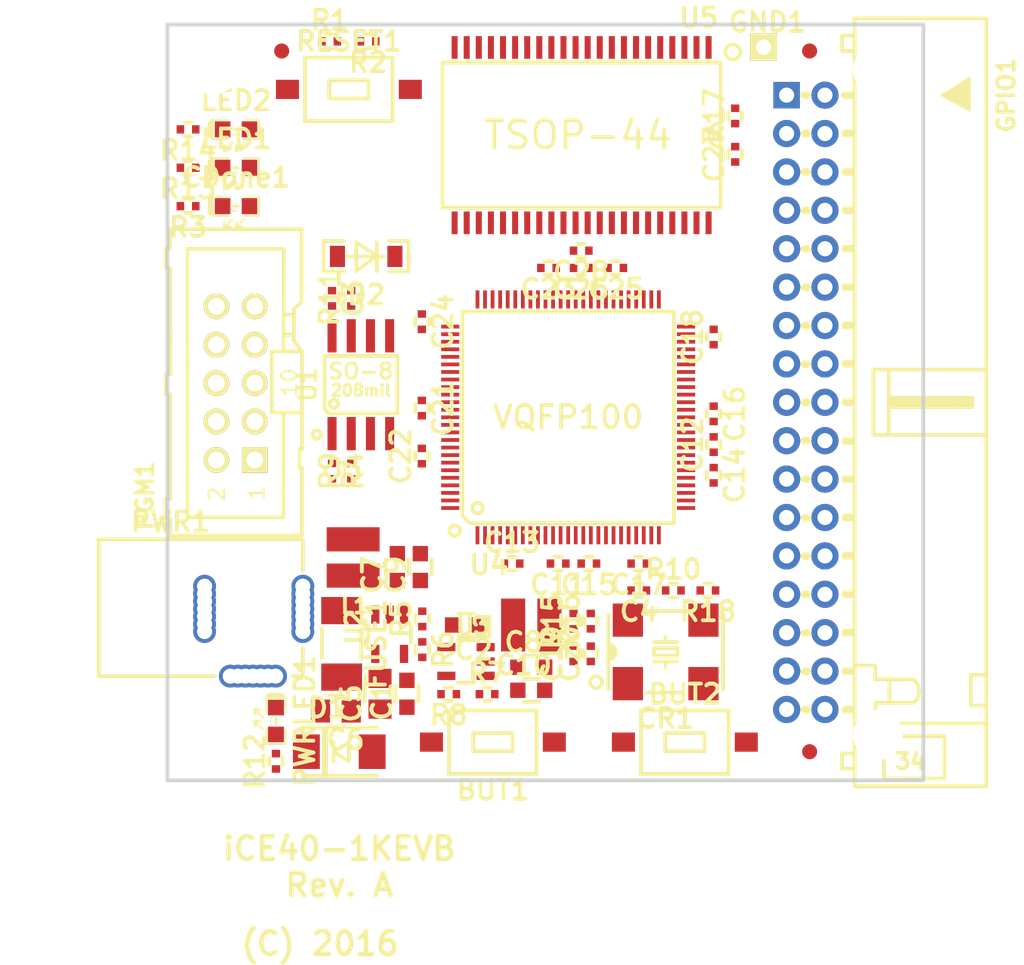
<source format=kicad_pcb>
(kicad_pcb (version 20221018) (generator pcbnew)
  (layers (0 "F.Cu" signal) (31 "B.Cu" signal) (34 "B.Paste" user) (35 "F.Paste" user) (36 "B.SilkS" user "B.Silkscreen") (37 "F.SilkS" user "F.Silkscreen") (38 "B.Mask" user) (39 "F.Mask" user) (44 "Edge.Cuts" user))
  (net 0 "")
  (net 1 "/BUT1")
  (net 2 "GND")
  (net 3 "/BUT2")
  (net 4 "+5V")
  (net 5 "+3V3")
  (net 6 "+1V2")
  (net 7 "/iCE40-CDONE")
  (net 8 "Net-(CDone1-Pad1)")
  (net 9 "Net-(CR1-Pad3)")
  (net 10 "Net-(D2-Pad1)")
  (net 11 "/PIO3_1A")
  (net 12 "/PIO3_1B")
  (net 13 "/PIO3_2A")
  (net 14 "/LED1")
  (net 15 "/LED2")
  (net 16 "/PIO3_2B")
  (net 17 "/PIO2_1")
  (net 18 "/PIO3_3A")
  (net 19 "/PIO2_2")
  (net 20 "/PIO3_3B")
  (net 21 "/PIO2_3")
  (net 22 "/PIO3_5A")
  (net 23 "/PIO2_4")
  (net 24 "/PIO3_5B")
  (net 25 "/PIO2_7")
  (net 26 "/PIO3_7B")
  (net 27 "/PIO3_12A")
  (net 28 "/PIO3_10A")
  (net 29 "/PIO3_12B")
  (net 30 "/PIO3_10B")
  (net 31 "/PIO3_8B")
  (net 32 "/PIO2_8")
  (net 33 "/PIO2_9")
  (net 34 "/PIO3_8A")
  (net 35 "/PIO2_5")
  (net 36 "/PIO2_6")
  (net 37 "/PIO3_6B")
  (net 38 "/PIO3_6A")
  (net 39 "Net-(L1-Pad2)")
  (net 40 "Net-(L2-Pad2)")
  (net 41 "Net-(LED1-Pad1)")
  (net 42 "Net-(LED2-Pad1)")
  (net 43 "/iCE40-CRESET")
  (net 44 "/iCE40-SDO")
  (net 45 "/iCE40-SDI")
  (net 46 "/iCE40-SCK")
  (net 47 "/iCE40-SS_B")
  (net 48 "Net-(PWRLED1-Pad2)")
  (net 49 "Net-(R4-Pad1)")
  (net 50 "Net-(R5-Pad1)")
  (net 51 "Net-(R7-Pad1)")
  (net 52 "/SYSCLK")
  (net 53 "Net-(R11-Pad2)")
  (net 54 "/SRAM_#CS")
  (net 55 "/SD15")
  (net 56 "/SD14")
  (net 57 "/SD13")
  (net 58 "/SD12")
  (net 59 "/SD11")
  (net 60 "/SD10")
  (net 61 "/SD9")
  (net 62 "/SD8")
  (net 63 "/SD7")
  (net 64 "/SD6")
  (net 65 "/SD5")
  (net 66 "/SD4")
  (net 67 "/SD3")
  (net 68 "/SD2")
  (net 69 "/SD1")
  (net 70 "/SD0")
  (net 71 "/SRAM_#WE")
  (net 72 "/SRAM_#OE")
  (net 73 "/SA0")
  (net 74 "/SA1")
  (net 75 "/SA2")
  (net 76 "/SA3")
  (net 77 "/SA4")
  (net 78 "/SA5")
  (net 79 "/SA6")
  (net 80 "/SA7")
  (net 81 "/SA8")
  (net 82 "/SA9")
  (net 83 "/SA10")
  (net 84 "/SA11")
  (net 85 "/SA12")
  (net 86 "/SA13")
  (net 87 "/SA14")
  (net 88 "/SA15")
  (net 89 "/SA16")
  (net 90 "/SA17")
  (net 91 "/EXTCLK")
  (net 92 "Net-(PGM1-Pad3)")
  (net 93 "Net-(PGM1-Pad4)")
  (net 94 "Net-(U4-Pad76)")
  (net 95 "Net-(U5-Pad28)")
  (footprint "OLIMEX_RLC-FP:C_0603_5MIL_DWS" (layer "F.Cu") (at 130.838 114.277 90)
    (fp_text reference "C1" (at -0.508 -1.651 90) (layer "F.SilkS") (effects (font (size 1.27 1.27) (thickness 0.254))))
    (fp_text value "22uF/6.3V/0603")
    (pad "1" smd rect (at -0.889 0 90) (size 1.016 1.016) (layers "F.Cu" "F.Paste" "F.Mask") (net 2 "GND") (clearance 0.0508))
    (pad "2" smd rect (at 0.889 0 90) (size 1.016 1.016) (layers "F.Cu" "F.Paste" "F.Mask") (net 4 "+5V") (clearance 0.0508))
  )
  (footprint "OLIMEX_RLC-FP:C_0603_5MIL_DWS" (layer "F.Cu") (at 134.747 109.728 180)
    (fp_text reference "C2" (at -0.508 -1.651 180) (layer "F.SilkS") (effects (font (size 1.27 1.27) (thickness 0.254))))
    (fp_text value "22uF/6.3V/0603")
    (pad "1" smd rect (at -0.889 0 180) (size 1.016 1.016) (layers "F.Cu" "F.Paste" "F.Mask") (net 2 "GND") (clearance 0.0508))
    (pad "2" smd rect (at 0.889 0 180) (size 1.016 1.016) (layers "F.Cu" "F.Paste" "F.Mask") (net 4 "+5V") (clearance 0.0508))
  )
  (footprint "OLIMEX_RLC-FP:C_0402_5MIL_DWS" (layer "F.Cu") (at 125.885 88.115 -90)
    (fp_text reference "C3" (at 0 -1.397 270) (layer "F.SilkS") (effects (font (size 1.27 1.27) (thickness 0.254))))
    (fp_text value "100nF")
    (pad "1" smd rect (at -0.508 0 90) (size 0.5 0.55) (layers "F.Cu" "F.Paste" "F.Mask") (net 2 "GND"))
    (pad "2" smd rect (at 0.508 0 270) (size 0.5 0.55) (layers "F.Cu" "F.Paste" "F.Mask") (net 5 "+3V3"))
  )
  (footprint "OLIMEX_RLC-FP:C_0402_5MIL_DWS" (layer "F.Cu") (at 146.177 107.442 180)
    (fp_text reference "C4" (at 0 -1.397 180) (layer "F.SilkS") (effects (font (size 1.27 1.27) (thickness 0.254))))
    (fp_text value "100nF")
    (pad "1" smd rect (at -0.508 0) (size 0.5 0.55) (layers "F.Cu" "F.Paste" "F.Mask") (net 2 "GND"))
    (pad "2" smd rect (at 0.508 0 180) (size 0.5 0.55) (layers "F.Cu" "F.Paste" "F.Mask") (net 5 "+3V3"))
  )
  (footprint "OLIMEX_RLC-FP:C_0805_5MIL_DWS" (layer "F.Cu") (at 129.06 114.277 90)
    (fp_text reference "C5" (at -0.635 -1.905 90) (layer "F.SilkS") (effects (font (size 1.27 1.27) (thickness 0.254))))
    (fp_text value "47uF/6.3V/0805")
    (pad "1" smd rect (at -1.016 0 180) (size 1.524 1.27) (layers "F.Cu" "F.Paste" "F.Mask") (net 2 "GND"))
    (pad "2" smd rect (at 1.016 0 180) (size 1.524 1.27) (layers "F.Cu" "F.Paste" "F.Mask") (net 4 "+5V"))
  )
  (footprint "OLIMEX_RLC-FP:C_0805_5MIL_DWS" (layer "F.Cu") (at 126.139 115.42 180)
    (fp_text reference "C6" (at -0.635 -1.905 180) (layer "F.SilkS") (effects (font (size 1.27 1.27) (thickness 0.254))))
    (fp_text value "47uF/6.3V/0805")
    (pad "1" smd rect (at -1.016 0 270) (size 1.524 1.27) (layers "F.Cu" "F.Paste" "F.Mask") (net 2 "GND"))
    (pad "2" smd rect (at 1.016 0 270) (size 1.524 1.27) (layers "F.Cu" "F.Paste" "F.Mask") (net 4 "+5V"))
  )
  (footprint "OLIMEX_RLC-FP:C_0603_5MIL_DWS" (layer "F.Cu") (at 130.203 105.895 90)
    (fp_text reference "C7" (at -0.508 -1.651 90) (layer "F.SilkS") (effects (font (size 1.27 1.27) (thickness 0.254))))
    (fp_text value "22uF/6.3V/0603")
    (pad "1" smd rect (at -0.889 0 90) (size 1.016 1.016) (layers "F.Cu" "F.Paste" "F.Mask") (net 2 "GND") (clearance 0.0508))
    (pad "2" smd rect (at 0.889 0 90) (size 1.016 1.016) (layers "F.Cu" "F.Paste" "F.Mask") (net 5 "+3V3") (clearance 0.0508))
  )
  (footprint "OLIMEX_RLC-FP:C_0603_5MIL_DWS" (layer "F.Cu") (at 139.065 112.522)
    (fp_text reference "C8" (at -0.508 -1.651) (layer "F.SilkS") (effects (font (size 1.27 1.27) (thickness 0.254))))
    (fp_text value "22uF/6.3V/0603")
    (pad "1" smd rect (at -0.889 0) (size 1.016 1.016) (layers "F.Cu" "F.Paste" "F.Mask") (net 2 "GND") (clearance 0.0508))
    (pad "2" smd rect (at 0.889 0) (size 1.016 1.016) (layers "F.Cu" "F.Paste" "F.Mask") (net 6 "+1V2") (clearance 0.0508))
  )
  (footprint "OLIMEX_RLC-FP:C_0603_5MIL_DWS" (layer "F.Cu") (at 131.727 105.895 90)
    (fp_text reference "C9" (at -0.508 -1.651 90) (layer "F.SilkS") (effects (font (size 1.27 1.27) (thickness 0.254))))
    (fp_text value "22uF/6.3V/0603")
    (pad "1" smd rect (at -0.889 0 90) (size 1.016 1.016) (layers "F.Cu" "F.Paste" "F.Mask") (net 2 "GND") (clearance 0.0508))
    (pad "2" smd rect (at 0.889 0 90) (size 1.016 1.016) (layers "F.Cu" "F.Paste" "F.Mask") (net 5 "+3V3") (clearance 0.0508))
  )
  (footprint "OLIMEX_RLC-FP:C_0603_5MIL_DWS" (layer "F.Cu") (at 139.065 114.046)
    (fp_text reference "C10" (at -0.508 -1.651) (layer "F.SilkS") (effects (font (size 1.27 1.27) (thickness 0.254))))
    (fp_text value "22uF/6.3V/0603")
    (pad "1" smd rect (at -0.889 0) (size 1.016 1.016) (layers "F.Cu" "F.Paste" "F.Mask") (net 2 "GND") (clearance 0.0508))
    (pad "2" smd rect (at 0.889 0) (size 1.016 1.016) (layers "F.Cu" "F.Paste" "F.Mask") (net 6 "+1V2") (clearance 0.0508))
  )
  (footprint "OLIMEX_RLC-FP:C_0402_5MIL_DWS" (layer "F.Cu") (at 140.843 105.664 180)
    (fp_text reference "C11" (at 0 -1.397 180) (layer "F.SilkS") (effects (font (size 1.27 1.27) (thickness 0.254))))
    (fp_text value "100nF")
    (pad "1" smd rect (at -0.508 0) (size 0.5 0.55) (layers "F.Cu" "F.Paste" "F.Mask") (net 2 "GND"))
    (pad "2" smd rect (at 0.508 0 180) (size 0.5 0.55) (layers "F.Cu" "F.Paste" "F.Mask") (net 6 "+1V2"))
  )
  (footprint "OLIMEX_RLC-FP:C_0402_5MIL_DWS" (layer "F.Cu") (at 151.13 97.79 90)
    (fp_text reference "C12" (at 0 -1.397 90) (layer "F.SilkS") (effects (font (size 1.27 1.27) (thickness 0.254))))
    (fp_text value "100nF")
    (pad "1" smd rect (at -0.508 0 270) (size 0.5 0.55) (layers "F.Cu" "F.Paste" "F.Mask") (net 2 "GND"))
    (pad "2" smd rect (at 0.508 0 90) (size 0.5 0.55) (layers "F.Cu" "F.Paste" "F.Mask") (net 6 "+1V2"))
  )
  (footprint "OLIMEX_RLC-FP:C_0402_5MIL_DWS" (layer "F.Cu") (at 137.795 105.664)
    (fp_text reference "C13" (at 0 -1.397) (layer "F.SilkS") (effects (font (size 1.27 1.27) (thickness 0.254))))
    (fp_text value "100nF")
    (pad "1" smd rect (at -0.508 0 180) (size 0.5 0.55) (layers "F.Cu" "F.Paste" "F.Mask") (net 2 "GND"))
    (pad "2" smd rect (at 0.508 0) (size 0.5 0.55) (layers "F.Cu" "F.Paste" "F.Mask") (net 5 "+3V3"))
  )
  (footprint "OLIMEX_RLC-FP:C_0402_5MIL_DWS" (layer "F.Cu") (at 151.13 99.822 -90)
    (fp_text reference "C14" (at 0 -1.397 270) (layer "F.SilkS") (effects (font (size 1.27 1.27) (thickness 0.254))))
    (fp_text value "100nF")
    (pad "1" smd rect (at -0.508 0 90) (size 0.5 0.55) (layers "F.Cu" "F.Paste" "F.Mask") (net 2 "GND"))
    (pad "2" smd rect (at 0.508 0 270) (size 0.5 0.55) (layers "F.Cu" "F.Paste" "F.Mask") (net 5 "+3V3"))
  )
  (footprint "OLIMEX_RLC-FP:C_0402_5MIL_DWS" (layer "F.Cu") (at 142.875 105.664 180)
    (fp_text reference "C15" (at 0 -1.397 180) (layer "F.SilkS") (effects (font (size 1.27 1.27) (thickness 0.254))))
    (fp_text value "100nF")
    (pad "1" smd rect (at -0.508 0) (size 0.5 0.55) (layers "F.Cu" "F.Paste" "F.Mask") (net 2 "GND"))
    (pad "2" smd rect (at 0.508 0 180) (size 0.5 0.55) (layers "F.Cu" "F.Paste" "F.Mask") (net 5 "+3V3"))
  )
  (footprint "OLIMEX_RLC-FP:C_0402_5MIL_DWS" (layer "F.Cu") (at 151.13 95.758 -90)
    (fp_text reference "C16" (at 0 -1.397 270) (layer "F.SilkS") (effects (font (size 1.27 1.27) (thickness 0.254))))
    (fp_text value "100nF")
    (pad "1" smd rect (at -0.508 0 90) (size 0.5 0.55) (layers "F.Cu" "F.Paste" "F.Mask") (net 2 "GND"))
    (pad "2" smd rect (at 0.508 0 270) (size 0.5 0.55) (layers "F.Cu" "F.Paste" "F.Mask") (net 5 "+3V3"))
  )
  (footprint "OLIMEX_RLC-FP:C_0402_5MIL_DWS" (layer "F.Cu") (at 146.177 105.664 180)
    (fp_text reference "C17" (at 0 -1.397 180) (layer "F.SilkS") (effects (font (size 1.27 1.27) (thickness 0.254))))
    (fp_text value "100nF")
    (pad "1" smd rect (at -0.508 0) (size 0.5 0.55) (layers "F.Cu" "F.Paste" "F.Mask") (net 2 "GND"))
    (pad "2" smd rect (at 0.508 0 180) (size 0.5 0.55) (layers "F.Cu" "F.Paste" "F.Mask") (net 5 "+3V3"))
  )
  (footprint "OLIMEX_RLC-FP:C_0402_5MIL_DWS" (layer "F.Cu") (at 151.13 90.678 90)
    (fp_text reference "C18" (at 0 -1.397 90) (layer "F.SilkS") (effects (font (size 1.27 1.27) (thickness 0.254))))
    (fp_text value "100nF")
    (pad "1" smd rect (at -0.508 0 270) (size 0.5 0.55) (layers "F.Cu" "F.Paste" "F.Mask") (net 2 "GND"))
    (pad "2" smd rect (at 0.508 0 90) (size 0.5 0.55) (layers "F.Cu" "F.Paste" "F.Mask") (net 5 "+3V3"))
  )
  (footprint "OLIMEX_RLC-FP:C_0402_5MIL_DWS" (layer "F.Cu") (at 141.859 111.633 90)
    (fp_text reference "C19" (at 0 -1.397 90) (layer "F.SilkS") (effects (font (size 1.27 1.27) (thickness 0.254))))
    (fp_text value "NA(100nF)")
    (pad "1" smd rect (at -0.508 0 270) (size 0.5 0.55) (layers "F.Cu" "F.Paste" "F.Mask") (net 2 "GND"))
    (pad "2" smd rect (at 0.508 0 90) (size 0.5 0.55) (layers "F.Cu" "F.Paste" "F.Mask") (net 1 "/BUT1"))
  )
  (footprint "OLIMEX_RLC-FP:C_0402_5MIL_DWS" (layer "F.Cu") (at 143.002 111.633 90)
    (fp_text reference "C20" (at 0 -1.397 90) (layer "F.SilkS") (effects (font (size 1.27 1.27) (thickness 0.254))))
    (fp_text value "NA(100nF)")
    (pad "1" smd rect (at -0.508 0 270) (size 0.5 0.55) (layers "F.Cu" "F.Paste" "F.Mask") (net 2 "GND"))
    (pad "2" smd rect (at 0.508 0 90) (size 0.5 0.55) (layers "F.Cu" "F.Paste" "F.Mask") (net 3 "/BUT2"))
  )
  (footprint "OLIMEX_RLC-FP:C_0402_5MIL_DWS" (layer "F.Cu") (at 131.826 95.377 -90)
    (fp_text reference "C21" (at 0 -1.397 270) (layer "F.SilkS") (effects (font (size 1.27 1.27) (thickness 0.254))))
    (fp_text value "100nF")
    (pad "1" smd rect (at -0.508 0 90) (size 0.5 0.55) (layers "F.Cu" "F.Paste" "F.Mask") (net 2 "GND"))
    (pad "2" smd rect (at 0.508 0 270) (size 0.5 0.55) (layers "F.Cu" "F.Paste" "F.Mask") (net 5 "+3V3"))
  )
  (footprint "OLIMEX_RLC-FP:C_0402_5MIL_DWS" (layer "F.Cu") (at 131.826 98.552 90)
    (fp_text reference "C22" (at 0 -1.397 90) (layer "F.SilkS") (effects (font (size 1.27 1.27) (thickness 0.254))))
    (fp_text value "100nF")
    (pad "1" smd rect (at -0.508 0 270) (size 0.5 0.55) (layers "F.Cu" "F.Paste" "F.Mask") (net 2 "GND"))
    (pad "2" smd rect (at 0.508 0 90) (size 0.5 0.55) (layers "F.Cu" "F.Paste" "F.Mask") (net 5 "+3V3"))
  )
  (footprint "OLIMEX_RLC-FP:C_0402_5MIL_DWS" (layer "F.Cu") (at 140.208 86.106 180)
    (fp_text reference "C23" (at 0 -1.397 180) (layer "F.SilkS") (effects (font (size 1.27 1.27) (thickness 0.254))))
    (fp_text value "100nF")
    (pad "1" smd rect (at -0.508 0) (size 0.5 0.55) (layers "F.Cu" "F.Paste" "F.Mask") (net 2 "GND"))
    (pad "2" smd rect (at 0.508 0 180) (size 0.5 0.55) (layers "F.Cu" "F.Paste" "F.Mask") (net 5 "+3V3"))
  )
  (footprint "OLIMEX_RLC-FP:C_0402_5MIL_DWS" (layer "F.Cu") (at 131.826 89.662 -90)
    (fp_text reference "C24" (at 0 -1.397 270) (layer "F.SilkS") (effects (font (size 1.27 1.27) (thickness 0.254))))
    (fp_text value "100nF")
    (pad "1" smd rect (at -0.508 0 90) (size 0.5 0.55) (layers "F.Cu" "F.Paste" "F.Mask") (net 2 "GND"))
    (pad "2" smd rect (at 0.508 0 270) (size 0.5 0.55) (layers "F.Cu" "F.Paste" "F.Mask") (net 6 "+1V2"))
  )
  (footprint "OLIMEX_RLC-FP:C_0402_5MIL_DWS" (layer "F.Cu") (at 144.653 86.106 180)
    (fp_text reference "C25" (at 0 -1.397 180) (layer "F.SilkS") (effects (font (size 1.27 1.27) (thickness 0.254))))
    (fp_text value "100nF")
    (pad "1" smd rect (at -0.508 0) (size 0.5 0.55) (layers "F.Cu" "F.Paste" "F.Mask") (net 2 "GND"))
    (pad "2" smd rect (at 0.508 0 180) (size 0.5 0.55) (layers "F.Cu" "F.Paste" "F.Mask") (net 5 "+3V3"))
  )
  (footprint "OLIMEX_RLC-FP:C_0402_5MIL_DWS" (layer "F.Cu") (at 142.367 86.106 180)
    (fp_text reference "C26" (at 0 -1.397 180) (layer "F.SilkS") (effects (font (size 1.27 1.27) (thickness 0.254))))
    (fp_text value "100nF")
    (pad "1" smd rect (at -0.508 0) (size 0.5 0.55) (layers "F.Cu" "F.Paste" "F.Mask") (net 2 "GND"))
    (pad "2" smd rect (at 0.508 0 180) (size 0.5 0.55) (layers "F.Cu" "F.Paste" "F.Mask") (net 6 "+1V2"))
  )
  (footprint "OLIMEX_RLC-FP:C_0402_5MIL_DWS" (layer "F.Cu") (at 152.555 78.59 90)
    (fp_text reference "C27" (at 0 -1.397 90) (layer "F.SilkS") (effects (font (size 1.27 1.27) (thickness 0.254))))
    (fp_text value "100nF")
    (pad "1" smd rect (at -0.508 0 270) (size 0.5 0.55) (layers "F.Cu" "F.Paste" "F.Mask") (net 2 "GND"))
    (pad "2" smd rect (at 0.508 0 90) (size 0.5 0.55) (layers "F.Cu" "F.Paste" "F.Mask") (net 5 "+3V3"))
  )
  (footprint "OLIMEX_RLC-FP:C_0402_5MIL_DWS" (layer "F.Cu") (at 142.367 84.963 180)
    (fp_text reference "C28" (at 0 -1.397 180) (layer "F.SilkS") (effects (font (size 1.27 1.27) (thickness 0.254))))
    (fp_text value "100nF")
    (pad "1" smd rect (at -0.508 0) (size 0.5 0.55) (layers "F.Cu" "F.Paste" "F.Mask") (net 2 "GND"))
    (pad "2" smd rect (at 0.508 0 180) (size 0.5 0.55) (layers "F.Cu" "F.Paste" "F.Mask") (net 5 "+3V3"))
  )
  (footprint "OLIMEX_LEDs-FP:LED_0603_KA" (layer "F.Cu") (at 119.535 82.019)
    (fp_text reference "CDone1" (at 0 -1.905) (layer "F.SilkS") (effects (font (size 1.27 1.27) (thickness 0.254))))
    (fp_text value "LED/Green/0603")
    (pad "1" smd rect (at -0.889 0 180) (size 1.03 1.06) (layers "F.Cu" "F.Paste" "F.Mask") (net 8 "Net-(CDone1-Pad1)"))
    (pad "2" smd rect (at 0.889 0 180) (size 1.03 1.06) (layers "F.Cu" "F.Paste" "F.Mask") (net 7 "/iCE40-CDONE"))
  )
  (footprint "OLIMEX_Crystal-FP:Oscillator_7.0x5.0mm" (layer "F.Cu") (at 147.955 111.506)
    (fp_text reference "CR1" (at 0 4.4) (layer "F.SilkS") (effects (font (size 1.27 1.27) (thickness 0.254))))
    (fp_text value "Oscillator-100MHZ_TXC-7W")
    (pad "1" smd rect (at -2.5 2.1) (size 2 2.2) (layers "F.Cu" "F.Paste" "F.Mask") (net 5 "+3V3"))
    (pad "2" smd rect (at 2.5 2.1) (size 2 2.2) (layers "F.Cu" "F.Paste" "F.Mask") (net 2 "GND"))
    (pad "3" smd rect (at 2.5 -2.1) (size 2 2.2) (layers "F.Cu" "F.Paste" "F.Mask") (net 9 "Net-(CR1-Pad3)"))
    (pad "4" smd rect (at -2.5 -2.1) (size 2 2.2) (layers "F.Cu" "F.Paste" "F.Mask") (net 5 "+3V3"))
  )
  (footprint "OLIMEX_Diodes-FP:DO214AA" (layer "F.Cu") (at 126.365 118.11)
    (fp_text reference "D1" (at -0.8 -2.9) (layer "F.SilkS") (effects (font (size 1.27 1.27) (thickness 0.254))))
    (fp_text value "SMBJ6.0A")
    (pad "A" smd rect (at 2.177 0) (size 1.778 2.286) (layers "F.Cu" "F.Paste" "F.Mask") (net 2 "GND"))
    (pad "C" smd rect (at -2.177 0) (size 1.778 2.286) (layers "F.Cu" "F.Paste" "F.Mask") (net 4 "+5V"))
  )
  (footprint "OLIMEX_Diodes-FP:SOD-123_1C-2A_KA" (layer "F.Cu") (at 128.143 85.344 180)
    (fp_text reference "D2" (at 0 -2.54 180) (layer "F.SilkS") (effects (font (size 1.27 1.27) (thickness 0.254))))
    (fp_text value "1N5819(S4SOD-123)")
    (pad "1" smd rect (at -1.9 0 180) (size 1 1.4) (layers "F.Cu" "F.Paste" "F.Mask") (net 10 "Net-(D2-Pad1)") (clearance 0.0508))
    (pad "2" smd rect (at 1.9 0 180) (size 1 1.4) (layers "F.Cu" "F.Paste" "F.Mask") (net 5 "+3V3") (clearance 0.0508))
  )
  (footprint "OLIMEX_Devices-FP:FUSE-5025" (layer "F.Cu") (at 126.52 110.975 -90)
    (fp_text reference "FUSE1" (at 0 -2.286 270) (layer "F.SilkS") (effects (font (size 1.27 1.27) (thickness 0.254))))
    (fp_text value "NA(5025)")
    (pad "1" smd rect (at -2.2 0 270) (size 1.8 2.7) (layers "F.Cu" "F.Paste" "F.Mask") (net 4 "+5V"))
    (pad "2" smd rect (at 2.2 0 270) (size 1.8 2.7) (layers "F.Cu" "F.Paste" "F.Mask") (net 4 "+5V"))
  )
  (footprint "OLIMEX_Connectors-FP:BH34R" (layer "F.Cu") (at 157.226 94.996 -90)
    (fp_text reference "GPIO1" (at -20.32 -13.26388 270) (layer "F.SilkS") (effects (font (size 1.1 1.1) (thickness 0.254))))
    (fp_text value "BH34R")
    (fp_text user "34" (at 23.749 -6.9088) (layer "F.SilkS") (effects (font (size 1.016 1.016) (thickness 0.254))))
    (pad "1" thru_hole rect locked (at -20.32 1.27 270) (size 1.75 1.75) (drill 1) (layers "*.Cu" "*.Mask") (net 4 "+5V"))
    (pad "2" thru_hole circle locked (at -20.32 -1.27 270) (size 1.8 1.8) (drill 1) (layers "*.Cu" "*.Mask") (net 2 "GND"))
    (pad "3" thru_hole circle locked (at -17.78 1.27 270) (size 1.8 1.8) (drill 1) (layers "*.Cu" "*.Mask") (net 5 "+3V3"))
    (pad "4" thru_hole circle locked (at -17.78 -1.27 270) (size 1.8 1.8) (drill 1) (layers "*.Cu" "*.Mask") (net 2 "GND"))
    (pad "5" thru_hole circle locked (at -15.24 1.27 270) (size 1.8 1.8) (drill 1) (layers "*.Cu" "*.Mask") (net 11 "/PIO3_1A"))
    (pad "6" thru_hole circle locked (at -15.24 -1.27 270) (size 1.8 1.8) (drill 1) (layers "*.Cu" "*.Mask") (net 91 "/EXTCLK"))
    (pad "7" thru_hole circle locked (at -12.7 1.27 270) (size 1.8 1.8) (drill 1) (layers "*.Cu" "*.Mask") (net 12 "/PIO3_1B"))
    (pad "8" thru_hole circle locked (at -12.7 -1.27 270) (size 1.8 1.8) (drill 1) (layers "*.Cu" "*.Mask") (net 2 "GND"))
    (pad "9" thru_hole circle locked (at -10.16 1.27 270) (size 1.8 1.8) (drill 1) (layers "*.Cu" "*.Mask") (net 13 "/PIO3_2A"))
    (pad "10" thru_hole circle locked (at -10.16 -1.27 270) (size 1.8 1.8) (drill 1) (layers "*.Cu" "*.Mask") (net 14 "/LED1"))
    (pad "11" thru_hole circle locked (at -7.62 1.27 270) (size 1.8 1.8) (drill 1) (layers "*.Cu" "*.Mask") (net 16 "/PIO3_2B"))
    (pad "12" thru_hole circle locked (at -7.62 -1.27 270) (size 1.8 1.8) (drill 1) (layers "*.Cu" "*.Mask") (net 15 "/LED2"))
    (pad "13" thru_hole circle locked (at -5.08 1.27 270) (size 1.8 1.8) (drill 1) (layers "*.Cu" "*.Mask") (net 18 "/PIO3_3A"))
    (pad "14" thru_hole circle locked (at -5.08 -1.27 270) (size 1.8 1.8) (drill 1) (layers "*.Cu" "*.Mask") (net 33 "/PIO2_9"))
    (pad "15" thru_hole circle locked (at -2.54 1.27 270) (size 1.8 1.8) (drill 1) (layers "*.Cu" "*.Mask") (net 20 "/PIO3_3B"))
    (pad "16" thru_hole circle locked (at -2.54 -1.27 270) (size 1.8 1.8) (drill 1) (layers "*.Cu" "*.Mask") (net 32 "/PIO2_8"))
    (pad "17" thru_hole circle locked (at 0 1.27 270) (size 1.8 1.8) (drill 1) (layers "*.Cu" "*.Mask") (net 22 "/PIO3_5A"))
    (pad "18" thru_hole circle locked (at 0 -1.27 270) (size 1.8 1.8) (drill 1) (layers "*.Cu" "*.Mask") (net 25 "/PIO2_7"))
    (pad "19" thru_hole circle locked (at 2.54 1.27 270) (size 1.8 1.8) (drill 1) (layers "*.Cu" "*.Mask") (net 24 "/PIO3_5B"))
    (pad "20" thru_hole circle locked (at 2.54 -1.27 270) (size 1.8 1.8) (drill 1) (layers "*.Cu" "*.Mask") (net 36 "/PIO2_6"))
    (pad "21" thru_hole circle locked (at 5.08 1.27 270) (size 1.8 1.8) (drill 1) (layers "*.Cu" "*.Mask") (net 38 "/PIO3_6A"))
    (pad "22" thru_hole circle locked (at 5.08 -1.27 270) (size 1.8 1.8) (drill 1) (layers "*.Cu" "*.Mask") (net 35 "/PIO2_5"))
    (pad "23" thru_hole circle locked (at 7.62 1.27 270) (size 1.8 1.8) (drill 1) (layers "*.Cu" "*.Mask") (net 37 "/PIO3_6B"))
    (pad "24" thru_hole circle locked (at 7.62 -1.27 270) (size 1.8 1.8) (drill 1) (layers "*.Cu" "*.Mask") (net 23 "/PIO2_4"))
    (pad "25" thru_hole circle locked (at 10.16 1.27 270) (size 1.8 1.8) (drill 1) (layers "*.Cu" "*.Mask") (net 26 "/PIO3_7B"))
    (pad "26" thru_hole circle locked (at 10.16 -1.27 270) (size 1.8 1.8) (drill 1) (layers "*.Cu" "*.Mask") (net 21 "/PIO2_3"))
    (pad "27" thru_hole circle locked (at 12.7 1.27 270) (size 1.8 1.8) (drill 1) (layers "*.Cu" "*.Mask") (net 34 "/PIO3_8A"))
    (pad "28" thru_hole circle locked (at 12.7 -1.27 270) (size 1.8 1.8) (drill 1) (layers "*.Cu" "*.Mask") (net 19 "/PIO2_2"))
    (pad "29" thru_hole circle locked (at 15.24 1.27 270) (size 1.8 1.8) (drill 1) (layers "*.Cu" "*.Mask") (net 31 "/PIO3_8B"))
    (pad "30" thru_hole circle locked (at 15.24 -1.27 270) (size 1.8 1.8) (drill 1) (layers "*.Cu" "*.Mask") (net 17 "/PIO2_1"))
    (pad "31" thru_hole circle locked (at 17.78 1.27 270) (size 1.8 1.8) (drill 1) (layers "*.Cu" "*.Mask") (net 28 "/PIO3_10A"))
    (pad "32" thru_hole circle locked (at 17.78 -1.27 270) (size 1.8 1.8) (drill 1) (layers "*.Cu" "*.Mask") (net 29 "/PIO3_12B"))
    (pad "33" thru_hole circle locked (at 20.32 1.27 270) (size 1.8 1.8) (drill 1) (layers "*.Cu" "*.Mask") (net 30 "/PIO3_10B"))
    (pad "34" thru_hole circle locked (at 20.32 -1.27 270) (size 1.8 1.8) (drill 1) (layers "*.Cu" "*.Mask") (net 27 "/PIO3_12A"))
  )
  (footprint "OLIMEX_RLC-FP:CD32" (layer "F.Cu") (at 127.282 105.26 90)
    (fp_text reference "L1" (at -3.2 0.1 180) (layer "F.SilkS") (effects (font (thickness 0.25))))
    (fp_text value "2.2uH/1.5A/DCR<0.1R/CD32")
    (pad "1" smd rect (at 1.2 0 270) (size 1.6 3.5) (layers "F.Cu" "F.Paste" "F.Mask") (net 5 "+3V3") (clearance 0.0508))
    (pad "2" smd rect (at -1.2 0 270) (size 1.6 3.5) (layers "F.Cu" "F.Paste" "F.Mask") (net 39 "Net-(L1-Pad2)") (clearance 0.0508))
  )
  (footprint "OLIMEX_RLC-FP:CD32" (layer "F.Cu") (at 139.065 109.728)
    (fp_text reference "L2" (at -3.2 0.1 90) (layer "F.SilkS") (effects (font (thickness 0.25))))
    (fp_text value "2.2uH/1.5A/DCR<0.1R/CD32")
    (pad "1" smd rect (at 1.2 0 180) (size 1.6 3.5) (layers "F.Cu" "F.Paste" "F.Mask") (net 6 "+1V2") (clearance 0.0508))
    (pad "2" smd rect (at -1.2 0 180) (size 1.6 3.5) (layers "F.Cu" "F.Paste" "F.Mask") (net 40 "Net-(L2-Pad2)") (clearance 0.0508))
  )
  (footprint "OLIMEX_LEDs-FP:LED_0603_KA" (layer "F.Cu") (at 119.535 79.479)
    (fp_text reference "LED1" (at 0 -1.905) (layer "F.SilkS") (effects (font (size 1.27 1.27) (thickness 0.254))))
    (fp_text value "LED/Red/0603")
    (pad "1" smd rect (at -0.889 0 180) (size 1.03 1.06) (layers "F.Cu" "F.Paste" "F.Mask") (net 41 "Net-(LED1-Pad1)"))
    (pad "2" smd rect (at 0.889 0 180) (size 1.03 1.06) (layers "F.Cu" "F.Paste" "F.Mask") (net 14 "/LED1"))
  )
  (footprint "OLIMEX_LEDs-FP:LED_0603_KA" (layer "F.Cu") (at 119.535 76.939)
    (fp_text reference "LED2" (at 0 -1.905) (layer "F.SilkS") (effects (font (size 1.27 1.27) (thickness 0.254))))
    (fp_text value "LED/Red/0603")
    (pad "1" smd rect (at -0.889 0 180) (size 1.03 1.06) (layers "F.Cu" "F.Paste" "F.Mask") (net 42 "Net-(LED2-Pad1)"))
    (pad "2" smd rect (at 0.889 0 180) (size 1.03 1.06) (layers "F.Cu" "F.Paste" "F.Mask") (net 15 "/LED2"))
  )
  (footprint "OLIMEX_Connectors-FP:UEXT_ML10" (layer "F.Cu") (at 119.507 93.726 90)
    (fp_text reference "PGM1" (at -7.4549 -6.0071 90) (layer "F.SilkS") (effects (font (size 1.1 1.1) (thickness 0.254))))
    (fp_text value "BH10S")
    (fp_text user "2" (at -7.34822 -1.23444 90) (layer "F.SilkS"))
    (fp_text user "1" (at -7.2644 1.39192 90) (layer "F.SilkS"))
    (fp_text user "10" (at 0.0381 3.55092 90) (layer "F.SilkS"))
    (pad "1" thru_hole rect (at -5.08 1.27 90) (size 1.7 1.7) (drill 1.1) (layers "*.Cu" "*.Mask" "F.SilkS") (net 5 "+3V3"))
    (pad "2" thru_hole circle (at -5.08 -1.27 90) (size 1.7 1.7) (drill 1.1) (layers "*.Cu" "*.Mask" "F.SilkS") (net 2 "GND"))
    (pad "3" thru_hole circle (at -2.54 1.27 90) (size 1.7 1.7) (drill 1.1) (layers "*.Cu" "*.Mask" "F.SilkS") (net 92 "Net-(PGM1-Pad3)"))
    (pad "4" thru_hole circle (at -2.54 -1.27 90) (size 1.7 1.7) (drill 1.1) (layers "*.Cu" "*.Mask" "F.SilkS") (net 93 "Net-(PGM1-Pad4)"))
    (pad "5" thru_hole circle (at 0 1.27 90) (size 1.7 1.7) (drill 1.1) (layers "*.Cu" "*.Mask" "F.SilkS") (net 7 "/iCE40-CDONE"))
    (pad "6" thru_hole circle (at 0 -1.27 90) (size 1.7 1.7) (drill 1.1) (layers "*.Cu" "*.Mask" "F.SilkS") (net 43 "/iCE40-CRESET"))
    (pad "7" thru_hole circle (at 2.54 1.27 90) (size 1.7 1.7) (drill 1.1) (layers "*.Cu" "*.Mask" "F.SilkS") (net 44 "/iCE40-SDO"))
    (pad "8" thru_hole circle (at 2.54 -1.27 90) (size 1.7 1.7) (drill 1.1) (layers "*.Cu" "*.Mask" "F.SilkS") (net 45 "/iCE40-SDI"))
    (pad "9" thru_hole circle (at 5.08 1.27 90) (size 1.7 1.7) (drill 1.1) (layers "*.Cu" "*.Mask" "F.SilkS") (net 46 "/iCE40-SCK"))
    (pad "10" thru_hole circle (at 5.08 -1.27 90) (size 1.7 1.7) (drill 1.1) (layers "*.Cu" "*.Mask" "F.SilkS") (net 47 "/iCE40-SS_B"))
  )
  (footprint "OLIMEX_Connectors-FP:PWR_JACK_UNI_MILLING" (layer "F.Cu") (at 123.952 113.411)
    (fp_text reference "PWR1" (at -8.75 -10.5) (layer "F.SilkS") (effects (font (size 1.27 1.27) (thickness 0.254))))
    (fp_text value "PWRJ-2mm(YDJ-1136)")
    (pad "+" thru_hole circle (at 0 -6.25) (size 1.51 1.51) (drill 1) (layers "*.Cu" "*.Mask") (net 4 "+5V"))
    (pad "+" thru_hole circle (at 0 -5.75) (size 1.51 1.51) (drill 1) (layers "*.Cu" "*.Mask") (net 4 "+5V"))
    (pad "+" thru_hole circle (at 0 -5.25) (size 1.51 1.51) (drill 1) (layers "*.Cu" "*.Mask") (net 4 "+5V"))
    (pad "+" thru_hole circle (at 0 -4.75) (size 1.51 1.51) (drill 1) (layers "*.Cu" "*.Mask") (net 4 "+5V"))
    (pad "+" thru_hole circle (at 0 -4.25) (size 1.51 1.51) (drill 1) (layers "*.Cu" "*.Mask") (net 4 "+5V"))
    (pad "+" thru_hole circle (at 0 -3.75) (size 1.51 1.51) (drill 1) (layers "*.Cu" "*.Mask") (net 4 "+5V"))
    (pad "+" thru_hole circle (at 0 -3.25) (size 1.51 1.51) (drill 1) (layers "*.Cu" "*.Mask") (net 4 "+5V"))
    (pad "-" thru_hole circle (at -6.5 -6.25) (size 1.51 1.51) (drill 1) (layers "*.Cu" "*.Mask") (net 2 "GND"))
    (pad "-" thru_hole circle (at -6.5 -5.75) (size 1.51 1.51) (drill 1) (layers "*.Cu" "*.Mask") (net 2 "GND"))
    (pad "-" thru_hole circle (at -6.5 -5.25) (size 1.51 1.51) (drill 1) (layers "*.Cu" "*.Mask") (net 2 "GND"))
    (pad "-" thru_hole circle (at -6.5 -4.75) (size 1.51 1.51) (drill 1) (layers "*.Cu" "*.Mask") (net 2 "GND"))
    (pad "-" thru_hole circle (at -6.5 -4.25) (size 1.51 1.51) (drill 1) (layers "*.Cu" "*.Mask") (net 2 "GND"))
    (pad "-" thru_hole circle (at -6.5 -3.75) (size 1.51 1.51) (drill 1) (layers "*.Cu" "*.Mask") (net 2 "GND"))
    (pad "-" thru_hole circle (at -6.5 -3.25) (size 1.51 1.51) (drill 1) (layers "*.Cu" "*.Mask") (net 2 "GND"))
    (pad "-" thru_hole circle (at -4.8 -0.3) (size 1.51 1.51) (drill 1) (layers "*.Cu" "*.Mask") (net 2 "GND"))
    (pad "-" thru_hole circle (at -4.3 -0.3) (size 1.51 1.51) (drill 1) (layers "*.Cu" "*.Mask") (net 2 "GND"))
    (pad "-" thru_hole circle (at -3.8 -0.3) (size 1.51 1.51) (drill 1) (layers "*.Cu" "*.Mask") (net 2 "GND"))
    (pad "-" thru_hole circle (at -3.3 -0.3) (size 1.51 1.51) (drill 1) (layers "*.Cu" "*.Mask") (net 2 "GND"))
    (pad "-" thru_hole circle (at -2.8 -0.3) (size 1.51 1.51) (drill 1) (layers "*.Cu" "*.Mask") (net 2 "GND"))
    (pad "-" thru_hole circle (at -2.3 -0.3) (size 1.51 1.51) (drill 1) (layers "*.Cu" "*.Mask") (net 2 "GND"))
    (pad "-" thru_hole circle (at -1.8 -0.3) (size 1.51 1.51) (drill 1) (layers "*.Cu" "*.Mask") (net 2 "GND"))
  )
  (footprint "OLIMEX_LEDs-FP:LED_0603_KA" (layer "F.Cu") (at 122.174 116.078 -90)
    (fp_text reference "PWRLED1" (at 0 -1.905 270) (layer "F.SilkS") (effects (font (size 1.27 1.27) (thickness 0.254))))
    (fp_text value "LED/Red/0603")
    (pad "1" smd rect (at -0.889 0 90) (size 1.03 1.06) (layers "F.Cu" "F.Paste" "F.Mask") (net 2 "GND"))
    (pad "2" smd rect (at 0.889 0 90) (size 1.03 1.06) (layers "F.Cu" "F.Paste" "F.Mask") (net 48 "Net-(PWRLED1-Pad2)"))
  )
  (footprint "OLIMEX_RLC-FP:R_0402_5MIL_DWS" (layer "F.Cu") (at 125.73 71.12)
    (fp_text reference "R1" (at 0 -1.397) (layer "F.SilkS") (effects (font (size 1.27 1.27) (thickness 0.254))))
    (fp_text value "10k")
    (pad "1" smd rect (at -0.508 0 180) (size 0.5 0.55) (layers "F.Cu" "F.Paste" "F.Mask") (net 43 "/iCE40-CRESET"))
    (pad "2" smd rect (at 0.508 0) (size 0.5 0.55) (layers "F.Cu" "F.Paste" "F.Mask") (net 5 "+3V3"))
  )
  (footprint "OLIMEX_RLC-FP:R_0402_5MIL_DWS" (layer "F.Cu") (at 128.27 71.12 180)
    (fp_text reference "R2" (at 0 -1.397 180) (layer "F.SilkS") (effects (font (size 1.27 1.27) (thickness 0.254))))
    (fp_text value "2.2k")
    (pad "1" smd rect (at -0.508 0) (size 0.5 0.55) (layers "F.Cu" "F.Paste" "F.Mask") (net 7 "/iCE40-CDONE"))
    (pad "2" smd rect (at 0.508 0 180) (size 0.5 0.55) (layers "F.Cu" "F.Paste" "F.Mask") (net 5 "+3V3"))
  )
  (footprint "OLIMEX_RLC-FP:R_0402_5MIL_DWS" (layer "F.Cu") (at 116.36 82.019 180)
    (fp_text reference "R3" (at 0 -1.397 180) (layer "F.SilkS") (effects (font (size 1.27 1.27) (thickness 0.254))))
    (fp_text value "22R")
    (pad "1" smd rect (at -0.508 0) (size 0.5 0.55) (layers "F.Cu" "F.Paste" "F.Mask") (net 8 "Net-(CDone1-Pad1)"))
    (pad "2" smd rect (at 0.508 0 180) (size 0.5 0.55) (layers "F.Cu" "F.Paste" "F.Mask") (net 2 "GND"))
  )
  (footprint "OLIMEX_RLC-FP:R_0402_5MIL_DWS" (layer "F.Cu") (at 125.885 99.545 -90)
    (fp_text reference "R4" (at 0 -1.397 270) (layer "F.SilkS") (effects (font (size 1.27 1.27) (thickness 0.254))))
    (fp_text value "10k")
    (pad "1" smd rect (at -0.508 0 90) (size 0.5 0.55) (layers "F.Cu" "F.Paste" "F.Mask") (net 49 "Net-(R4-Pad1)"))
    (pad "2" smd rect (at 0.508 0 270) (size 0.5 0.55) (layers "F.Cu" "F.Paste" "F.Mask") (net 5 "+3V3"))
  )
  (footprint "OLIMEX_RLC-FP:R_0402_5MIL_DWS" (layer "F.Cu") (at 131.854 109.324 90)
    (fp_text reference "R5" (at 0 -1.397 90) (layer "F.SilkS") (effects (font (size 1.27 1.27) (thickness 0.254))))
    (fp_text value "4.99k/1%")
    (pad "1" smd rect (at -0.508 0 270) (size 0.5 0.55) (layers "F.Cu" "F.Paste" "F.Mask") (net 50 "Net-(R5-Pad1)"))
    (pad "2" smd rect (at 0.508 0 90) (size 0.5 0.55) (layers "F.Cu" "F.Paste" "F.Mask") (net 5 "+3V3"))
  )
  (footprint "OLIMEX_RLC-FP:R_0402_5MIL_DWS" (layer "F.Cu") (at 131.854 111.356 -90)
    (fp_text reference "R6" (at 0 -1.397 270) (layer "F.SilkS") (effects (font (size 1.27 1.27) (thickness 0.254))))
    (fp_text value "1.1k/1%")
    (pad "1" smd rect (at -0.508 0 90) (size 0.5 0.55) (layers "F.Cu" "F.Paste" "F.Mask") (net 50 "Net-(R5-Pad1)"))
    (pad "2" smd rect (at 0.508 0 270) (size 0.5 0.55) (layers "F.Cu" "F.Paste" "F.Mask") (net 2 "GND"))
  )
  (footprint "OLIMEX_RLC-FP:R_0402_5MIL_DWS" (layer "F.Cu") (at 136.144 114.3)
    (fp_text reference "R7" (at 0 -1.397) (layer "F.SilkS") (effects (font (size 1.27 1.27) (thickness 0.254))))
    (fp_text value "4.99k/1%")
    (pad "1" smd rect (at -0.508 0 180) (size 0.5 0.55) (layers "F.Cu" "F.Paste" "F.Mask") (net 51 "Net-(R7-Pad1)"))
    (pad "2" smd rect (at 0.508 0) (size 0.5 0.55) (layers "F.Cu" "F.Paste" "F.Mask") (net 6 "+1V2"))
  )
  (footprint "OLIMEX_RLC-FP:R_0402_5MIL_DWS" (layer "F.Cu") (at 133.604 114.3 180)
    (fp_text reference "R8" (at 0 -1.397 180) (layer "F.SilkS") (effects (font (size 1.27 1.27) (thickness 0.254))))
    (fp_text value "4.99k/1%")
    (pad "1" smd rect (at -0.508 0) (size 0.5 0.55) (layers "F.Cu" "F.Paste" "F.Mask") (net 51 "Net-(R7-Pad1)"))
    (pad "2" smd rect (at 0.508 0 180) (size 0.5 0.55) (layers "F.Cu" "F.Paste" "F.Mask") (net 2 "GND"))
  )
  (footprint "OLIMEX_RLC-FP:R_0402_5MIL_DWS" (layer "F.Cu") (at 127.155 99.545 90)
    (fp_text reference "R9" (at 0 -1.397 90) (layer "F.SilkS") (effects (font (size 1.27 1.27) (thickness 0.254))))
    (fp_text value "22R")
    (pad "1" smd rect (at -0.508 0 270) (size 0.5 0.55) (layers "F.Cu" "F.Paste" "F.Mask") (net 47 "/iCE40-SS_B"))
    (pad "2" smd rect (at 0.508 0 90) (size 0.5 0.55) (layers "F.Cu" "F.Paste" "F.Mask") (net 49 "Net-(R4-Pad1)"))
  )
  (footprint "OLIMEX_RLC-FP:R_0402_5MIL_DWS" (layer "F.Cu") (at 148.463 107.442)
    (fp_text reference "R10" (at 0 -1.397) (layer "F.SilkS") (effects (font (size 1.27 1.27) (thickness 0.254))))
    (fp_text value "22R")
    (pad "1" smd rect (at -0.508 0 180) (size 0.5 0.55) (layers "F.Cu" "F.Paste" "F.Mask") (net 52 "/SYSCLK"))
    (pad "2" smd rect (at 0.508 0) (size 0.5 0.55) (layers "F.Cu" "F.Paste" "F.Mask") (net 9 "Net-(CR1-Pad3)"))
  )
  (footprint "OLIMEX_RLC-FP:R_0402_5MIL_DWS" (layer "F.Cu") (at 127.155 88.115 90)
    (fp_text reference "R11" (at 0 -1.397 90) (layer "F.SilkS") (effects (font (size 1.27 1.27) (thickness 0.254))))
    (fp_text value "10k")
    (pad "1" smd rect (at -0.508 0 270) (size 0.5 0.55) (layers "F.Cu" "F.Paste" "F.Mask") (net 5 "+3V3"))
    (pad "2" smd rect (at 0.508 0 90) (size 0.5 0.55) (layers "F.Cu" "F.Paste" "F.Mask") (net 53 "Net-(R11-Pad2)"))
  )
  (footprint "OLIMEX_RLC-FP:R_0402_5MIL_DWS" (layer "F.Cu") (at 122.174 118.745 90)
    (fp_text reference "R12" (at 0 -1.397 90) (layer "F.SilkS") (effects (font (size 1.27 1.27) (thickness 0.254))))
    (fp_text value "2.2k")
    (pad "1" smd rect (at -0.508 0 270) (size 0.5 0.55) (layers "F.Cu" "F.Paste" "F.Mask") (net 4 "+5V"))
    (pad "2" smd rect (at 0.508 0 90) (size 0.5 0.55) (layers "F.Cu" "F.Paste" "F.Mask") (net 48 "Net-(PWRLED1-Pad2)"))
  )
  (footprint "OLIMEX_RLC-FP:R_0402_5MIL_DWS" (layer "F.Cu") (at 116.36 79.479 180)
    (fp_text reference "R13" (at 0 -1.397 180) (layer "F.SilkS") (effects (font (size 1.27 1.27) (thickness 0.254))))
    (fp_text value "2.2k")
    (pad "1" smd rect (at -0.508 0) (size 0.5 0.55) (layers "F.Cu" "F.Paste" "F.Mask") (net 41 "Net-(LED1-Pad1)"))
    (pad "2" smd rect (at 0.508 0 180) (size 0.5 0.55) (layers "F.Cu" "F.Paste" "F.Mask") (net 2 "GND"))
  )
  (footprint "OLIMEX_RLC-FP:R_0402_5MIL_DWS" (layer "F.Cu") (at 116.36 76.939 180)
    (fp_text reference "R14" (at 0 -1.397 180) (layer "F.SilkS") (effects (font (size 1.27 1.27) (thickness 0.254))))
    (fp_text value "2.2k")
    (pad "1" smd rect (at -0.508 0) (size 0.5 0.55) (layers "F.Cu" "F.Paste" "F.Mask") (net 42 "Net-(LED2-Pad1)"))
    (pad "2" smd rect (at 0.508 0 180) (size 0.5 0.55) (layers "F.Cu" "F.Paste" "F.Mask") (net 2 "GND"))
  )
  (footprint "OLIMEX_RLC-FP:R_0402_5MIL_DWS" (layer "F.Cu") (at 141.859 109.474 90)
    (fp_text reference "R15" (at 0 -1.397 90) (layer "F.SilkS") (effects (font (size 1.27 1.27) (thickness 0.254))))
    (fp_text value "10k")
    (pad "1" smd rect (at -0.508 0 270) (size 0.5 0.55) (layers "F.Cu" "F.Paste" "F.Mask") (net 1 "/BUT1"))
    (pad "2" smd rect (at 0.508 0 90) (size 0.5 0.55) (layers "F.Cu" "F.Paste" "F.Mask") (net 5 "+3V3"))
  )
  (footprint "OLIMEX_RLC-FP:R_0402_5MIL_DWS" (layer "F.Cu") (at 143.002 109.474 90)
    (fp_text reference "R16" (at 0 -1.397 90) (layer "F.SilkS") (effects (font (size 1.27 1.27) (thickness 0.254))))
    (fp_text value "10k")
    (pad "1" smd rect (at -0.508 0 270) (size 0.5 0.55) (layers "F.Cu" "F.Paste" "F.Mask") (net 3 "/BUT2"))
    (pad "2" smd rect (at 0.508 0 90) (size 0.5 0.55) (layers "F.Cu" "F.Paste" "F.Mask") (net 5 "+3V3"))
  )
  (footprint "OLIMEX_RLC-FP:R_0402_5MIL_DWS" (layer "F.Cu") (at 152.555 76.05 90)
    (fp_text reference "R17" (at 0 -1.397 90) (layer "F.SilkS") (effects (font (size 1.27 1.27) (thickness 0.254))))
    (fp_text value "10k")
    (pad "1" smd rect (at -0.508 0 270) (size 0.5 0.55) (layers "F.Cu" "F.Paste" "F.Mask") (net 5 "+3V3"))
    (pad "2" smd rect (at 0.508 0 90) (size 0.5 0.55) (layers "F.Cu" "F.Paste" "F.Mask") (net 54 "/SRAM_#CS"))
  )
  (footprint "OLIMEX_RLC-FP:R_0402_5MIL_DWS" (layer "F.Cu") (at 150.749 107.442 180)
    (fp_text reference "R18" (at 0 -1.397 180) (layer "F.SilkS") (effects (font (size 1.27 1.27) (thickness 0.254))))
    (fp_text value "22R")
    (pad "1" smd rect (at -0.508 0) (size 0.5 0.55) (layers "F.Cu" "F.Paste" "F.Mask") (net 91 "/EXTCLK"))
    (pad "2" smd rect (at 0.508 0 180) (size 0.5 0.55) (layers "F.Cu" "F.Paste" "F.Mask") (net 9 "Net-(CR1-Pad3)"))
  )
  (footprint "OLIMEX_IC-FP:SO-8_208mil" (layer "F.Cu") (at 127.79 93.83)
    (fp_text reference "U1" (at -3.48996 -0.00762 90) (layer "F.SilkS") (effects (font (size 1.1 1.1) (thickness 0.254))))
    (fp_text value "W25Q16BVSSIG(SOIC-8_208mil)")
    (fp_text user "SO-8" (at 0 -0.889) (layer "F.SilkS") (effects (font (size 1.016 1.016) (thickness 0.2032))))
    (fp_text user "208mil" (at 0 0.381) (layer "F.SilkS") (effects (font (size 0.762 0.762) (thickness 0.1905))))
    (pad "1" smd rect (at -1.905 3.235) (size 0.6 2.2) (layers "F.Cu" "F.Paste" "F.Mask") (net 49 "Net-(R4-Pad1)") (clearance 0.0508))
    (pad "2" smd rect (at -0.635 3.235) (size 0.6 2.2) (layers "F.Cu" "F.Paste" "F.Mask") (net 45 "/iCE40-SDI") (clearance 0.0508))
    (pad "3" smd rect (at 0.635 3.235) (size 0.6 2.2) (layers "F.Cu" "F.Paste" "F.Mask") (net 53 "Net-(R11-Pad2)") (clearance 0.0508))
    (pad "4" smd rect (at 1.905 3.235) (size 0.6 2.2) (layers "F.Cu" "F.Paste" "F.Mask") (net 2 "GND") (clearance 0.0508))
    (pad "5" smd rect (at 1.905 -3.235) (size 0.6 2.2) (layers "F.Cu" "F.Paste" "F.Mask") (net 44 "/iCE40-SDO") (clearance 0.0508))
    (pad "6" smd rect (at 0.635 -3.235) (size 0.6 2.2) (layers "F.Cu" "F.Paste" "F.Mask") (net 46 "/iCE40-SCK") (clearance 0.0508))
    (pad "7" smd rect (at -0.635 -3.235) (size 0.6 2.2) (layers "F.Cu" "F.Paste" "F.Mask") (net 53 "Net-(R11-Pad2)") (clearance 0.0508))
    (pad "8" smd rect (at -1.905 -3.235) (size 0.6 2.2) (layers "F.Cu" "F.Paste" "F.Mask") (net 5 "+3V3") (clearance 0.0508))
  )
  (footprint "OLIMEX_IC-FP:SOT-23-5" (layer "F.Cu") (at 129.695 110.34 90)
    (fp_text reference "U2" (at 0.4572 -2.3368 90) (layer "F.SilkS") (effects (font (size 1.1 1.1) (thickness 0.254))))
    (fp_text value "SY8009AAAC(SOT23-5)")
    (pad "1" smd rect (at 1.3 0.95 90) (size 1.2 0.55) (layers "F.Cu" "F.Paste" "F.Mask") (net 4 "+5V") (clearance 0.0508))
    (pad "2" smd rect (at 1.3 0 90) (size 1.2 0.55) (layers "F.Cu" "F.Paste" "F.Mask") (net 2 "GND") (clearance 0.0508))
    (pad "3" smd rect (at 1.3 -0.95 90) (size 1.2 0.55) (layers "F.Cu" "F.Paste" "F.Mask") (net 39 "Net-(L1-Pad2)") (clearance 0.0508))
    (pad "4" smd rect (at -1.3 -0.95 90) (size 1.2 0.55) (layers "F.Cu" "F.Paste" "F.Mask") (net 4 "+5V") (clearance 0.0508))
    (pad "5" smd rect (at -1.3 0.95 90) (size 1.2 0.55) (layers "F.Cu" "F.Paste" "F.Mask") (net 50 "Net-(R5-Pad1)") (clearance 0.0508))
  )
  (footprint "OLIMEX_IC-FP:SOT-23-5" (layer "F.Cu") (at 134.747 112.141)
    (fp_text reference "U3" (at 0.4572 -2.3368) (layer "F.SilkS") (effects (font (size 1.1 1.1) (thickness 0.254))))
    (fp_text value "SY8009AAAC(SOT23-5)")
    (pad "1" smd rect (at 1.3 0.95) (size 1.2 0.55) (layers "F.Cu" "F.Paste" "F.Mask") (net 4 "+5V") (clearance 0.0508))
    (pad "2" smd rect (at 1.3 0) (size 1.2 0.55) (layers "F.Cu" "F.Paste" "F.Mask") (net 2 "GND") (clearance 0.0508))
    (pad "3" smd rect (at 1.3 -0.95) (size 1.2 0.55) (layers "F.Cu" "F.Paste" "F.Mask") (net 40 "Net-(L2-Pad2)") (clearance 0.0508))
    (pad "4" smd rect (at -1.3 -0.95) (size 1.2 0.55) (layers "F.Cu" "F.Paste" "F.Mask") (net 4 "+5V") (clearance 0.0508))
    (pad "5" smd rect (at -1.3 0.95) (size 1.2 0.55) (layers "F.Cu" "F.Paste" "F.Mask") (net 51 "Net-(R7-Pad1)") (clearance 0.0508))
  )
  (footprint "OLIMEX_IC-FP:VQFP100_Pitch-0.5mm_Dimensions-16.00x16.00x1.20mm" (layer "F.Cu") (at 141.506 95.989)
    (fp_text reference "U4" (at -5.25 9.75) (layer "F.SilkS") (effects (font (size 1.27 1.27) (thickness 0.254))))
    (fp_text value "ICE40HX1K-VQ100(VQFP100)")
    (fp_text user "VQFP100" (at 0 0) (layer "F.SilkS") (effects (font (size 1.5 1.5) (thickness 0.25))))
    (pad "1" smd rect (at -6 7.8 180) (size 0.25 1.2) (layers "F.Cu" "F.Paste" "F.Mask") (net 11 "/PIO3_1A"))
    (pad "2" smd rect (at -5.5 7.8 180) (size 0.25 1.2) (layers "F.Cu" "F.Paste" "F.Mask") (net 12 "/PIO3_1B"))
    (pad "3" smd rect (at -5 7.8 180) (size 0.25 1.2) (layers "F.Cu" "F.Paste" "F.Mask") (net 13 "/PIO3_2A"))
    (pad "4" smd rect (at -4.5 7.8 180) (size 0.25 1.2) (layers "F.Cu" "F.Paste" "F.Mask") (net 16 "/PIO3_2B"))
    (pad "5" smd rect (at -4 7.8 180) (size 0.25 1.2) (layers "F.Cu" "F.Paste" "F.Mask") (net 2 "GND"))
    (pad "6" smd rect (at -3.5 7.8 180) (size 0.25 1.2) (layers "F.Cu" "F.Paste" "F.Mask") (net 5 "+3V3"))
    (pad "7" smd rect (at -3 7.8 180) (size 0.25 1.2) (layers "F.Cu" "F.Paste" "F.Mask") (net 18 "/PIO3_3A"))
    (pad "8" smd rect (at -2.5 7.8 180) (size 0.25 1.2) (layers "F.Cu" "F.Paste" "F.Mask") (net 20 "/PIO3_3B"))
    (pad "9" smd rect (at -2 7.8 180) (size 0.25 1.2) (layers "F.Cu" "F.Paste" "F.Mask") (net 22 "/PIO3_5A"))
    (pad "10" smd rect (at -1.5 7.8 180) (size 0.25 1.2) (layers "F.Cu" "F.Paste" "F.Mask") (net 24 "/PIO3_5B"))
    (pad "11" smd rect (at -1 7.8 180) (size 0.25 1.2) (layers "F.Cu" "F.Paste" "F.Mask") (net 6 "+1V2"))
    (pad "12" smd rect (at -0.5 7.8 180) (size 0.25 1.2) (layers "F.Cu" "F.Paste" "F.Mask") (net 38 "/PIO3_6A"))
    (pad "13" smd rect (at 0 7.8 180) (size 0.25 1.2) (layers "F.Cu" "F.Paste" "F.Mask") (net 37 "/PIO3_6B"))
    (pad "14" smd rect (at 0.5 7.8 180) (size 0.25 1.2) (layers "F.Cu" "F.Paste" "F.Mask") (net 5 "+3V3"))
    (pad "15" smd rect (at 1 7.8 180) (size 0.25 1.2) (layers "F.Cu" "F.Paste" "F.Mask") (net 52 "/SYSCLK"))
    (pad "16" smd rect (at 1.5 7.8 180) (size 0.25 1.2) (layers "F.Cu" "F.Paste" "F.Mask") (net 26 "/PIO3_7B"))
    (pad "17" smd rect (at 2 7.8 180) (size 0.25 1.2) (layers "F.Cu" "F.Paste" "F.Mask") (net 2 "GND"))
    (pad "18" smd rect (at 2.5 7.8 180) (size 0.25 1.2) (layers "F.Cu" "F.Paste" "F.Mask") (net 34 "/PIO3_8A"))
    (pad "19" smd rect (at 3 7.8 180) (size 0.25 1.2) (layers "F.Cu" "F.Paste" "F.Mask") (net 31 "/PIO3_8B"))
    (pad "20" smd rect (at 3.5 7.8 180) (size 0.25 1.2) (layers "F.Cu" "F.Paste" "F.Mask") (net 28 "/PIO3_10A"))
    (pad "21" smd rect (at 4 7.8 180) (size 0.25 1.2) (layers "F.Cu" "F.Paste" "F.Mask") (net 30 "/PIO3_10B"))
    (pad "22" smd rect (at 4.5 7.8 180) (size 0.25 1.2) (layers "F.Cu" "F.Paste" "F.Mask") (net 5 "+3V3"))
    (pad "23" smd rect (at 5 7.8 180) (size 0.25 1.2) (layers "F.Cu" "F.Paste" "F.Mask") (net 2 "GND"))
    (pad "24" smd rect (at 5.5 7.8 180) (size 0.25 1.2) (layers "F.Cu" "F.Paste" "F.Mask") (net 27 "/PIO3_12A"))
    (pad "25" smd rect (at 6 7.8 180) (size 0.25 1.2) (layers "F.Cu" "F.Paste" "F.Mask") (net 29 "/PIO3_12B"))
    (pad "26" smd rect (at 7.8 6 270) (size 0.25 1.2) (layers "F.Cu" "F.Paste" "F.Mask") (net 17 "/PIO2_1"))
    (pad "27" smd rect (at 7.8 5.5 270) (size 0.25 1.2) (layers "F.Cu" "F.Paste" "F.Mask") (net 19 "/PIO2_2"))
    (pad "28" smd rect (at 7.8 5 270) (size 0.25 1.2) (layers "F.Cu" "F.Paste" "F.Mask") (net 21 "/PIO2_3"))
    (pad "29" smd rect (at 7.8 4.5 270) (size 0.25 1.2) (layers "F.Cu" "F.Paste" "F.Mask") (net 23 "/PIO2_4"))
    (pad "30" smd rect (at 7.8 4 270) (size 0.25 1.2) (layers "F.Cu" "F.Paste" "F.Mask") (net 35 "/PIO2_5"))
    (pad "31" smd rect (at 7.8 3.5 270) (size 0.25 1.2) (layers "F.Cu" "F.Paste" "F.Mask") (net 5 "+3V3"))
    (pad "32" smd rect (at 7.8 3 270) (size 0.25 1.2) (layers "F.Cu" "F.Paste" "F.Mask") (net 2 "GND"))
    (pad "33" smd rect (at 7.8 2.5 270) (size 0.25 1.2) (layers "F.Cu" "F.Paste" "F.Mask") (net 36 "/PIO2_6"))
    (pad "34" smd rect (at 7.8 2 270) (size 0.25 1.2) (layers "F.Cu" "F.Paste" "F.Mask") (net 25 "/PIO2_7"))
    (pad "35" smd rect (at 7.8 1.5 270) (size 0.25 1.2) (layers "F.Cu" "F.Paste" "F.Mask") (net 6 "+1V2"))
    (pad "36" smd rect (at 7.8 1 270) (size 0.25 1.2) (layers "F.Cu" "F.Paste" "F.Mask") (net 32 "/PIO2_8"))
    (pad "37" smd rect (at 7.8 0.5 270) (size 0.25 1.2) (layers "F.Cu" "F.Paste" "F.Mask") (net 33 "/PIO2_9"))
    (pad "38" smd rect (at 7.8 0 270) (size 0.25 1.2) (layers "F.Cu" "F.Paste" "F.Mask") (net 5 "+3V3"))
    (pad "39" smd rect (at 7.8 -0.5 270) (size 0.25 1.2) (layers "F.Cu" "F.Paste" "F.Mask") (net 2 "GND"))
    (pad "40" smd rect (at 7.8 -1 270) (size 0.25 1.2) (layers "F.Cu" "F.Paste" "F.Mask") (net 14 "/LED1"))
    (pad "41" smd rect (at 7.8 -1.5 270) (size 0.25 1.2) (layers "F.Cu" "F.Paste" "F.Mask") (net 1 "/BUT1"))
    (pad "42" smd rect (at 7.8 -2 270) (size 0.25 1.2) (layers "F.Cu" "F.Paste" "F.Mask") (net 3 "/BUT2"))
    (pad "43" smd rect (at 7.8 -2.5 270) (size 0.25 1.2) (layers "F.Cu" "F.Paste" "F.Mask") (net 7 "/iCE40-CDONE"))
    (pad "44" smd rect (at 7.8 -3 270) (size 0.25 1.2) (layers "F.Cu" "F.Paste" "F.Mask") (net 43 "/iCE40-CRESET"))
    (pad "45" smd rect (at 7.8 -3.5 270) (size 0.25 1.2) (layers "F.Cu" "F.Paste" "F.Mask") (net 44 "/iCE40-SDO"))
    (pad "46" smd rect (at 7.8 -4 270) (size 0.25 1.2) (layers "F.Cu" "F.Paste" "F.Mask") (net 45 "/iCE40-SDI"))
    (pad "47" smd rect (at 7.8 -4.5 270) (size 0.25 1.2) (layers "F.Cu" "F.Paste" "F.Mask") (net 2 "GND"))
    (pad "48" smd rect (at 7.8 -5 270) (size 0.25 1.2) (layers "F.Cu" "F.Paste" "F.Mask") (net 46 "/iCE40-SCK"))
    (pad "49" smd rect (at 7.8 -5.5 270) (size 0.25 1.2) (layers "F.Cu" "F.Paste" "F.Mask") (net 47 "/iCE40-SS_B"))
    (pad "50" smd rect (at 7.8 -6 270) (size 0.25 1.2) (layers "F.Cu" "F.Paste" "F.Mask") (net 5 "+3V3"))
    (pad "51" smd rect (at 6 -7.8 180) (size 0.25 1.2) (layers "F.Cu" "F.Paste" "F.Mask") (net 15 "/LED2"))
    (pad "52" smd rect (at 5.5 -7.8 180) (size 0.25 1.2) (layers "F.Cu" "F.Paste" "F.Mask") (net 55 "/SD15"))
    (pad "53" smd rect (at 5 -7.8 180) (size 0.25 1.2) (layers "F.Cu" "F.Paste" "F.Mask") (net 56 "/SD14"))
    (pad "54" smd rect (at 4.5 -7.8 180) (size 0.25 1.2) (layers "F.Cu" "F.Paste" "F.Mask") (net 57 "/SD13"))
    (pad "55" smd rect (at 4 -7.8 180) (size 0.25 1.2) (layers "F.Cu" "F.Paste" "F.Mask") (net 2 "GND"))
    (pad "56" smd rect (at 3.5 -7.8 180) (size 0.25 1.2) (layers "F.Cu" "F.Paste" "F.Mask") (net 58 "/SD12"))
    (pad "57" smd rect (at 3 -7.8 180) (size 0.25 1.2) (layers "F.Cu" "F.Paste" "F.Mask") (net 59 "/SD11"))
    (pad "58" smd rect (at 2.5 -7.8 180) (size 0.25 1.2) (layers "F.Cu" "F.Paste" "F.Mask") (net 5 "+3V3"))
    (pad "59" smd rect (at 2 -7.8 180) (size 0.25 1.2) (layers "F.Cu" "F.Paste" "F.Mask") (net 60 "/SD10"))
    (pad "60" smd rect (at 1.5 -7.8 180) (size 0.25 1.2) (layers "F.Cu" "F.Paste" "F.Mask") (net 61 "/SD9"))
    (pad "61" smd rect (at 1 -7.8 180) (size 0.25 1.2) (layers "F.Cu" "F.Paste" "F.Mask") (net 6 "+1V2"))
    (pad "62" smd rect (at 0.5 -7.8 180) (size 0.25 1.2) (layers "F.Cu" "F.Paste" "F.Mask") (net 70 "/SD0"))
    (pad "63" smd rect (at 0 -7.8 180) (size 0.25 1.2) (layers "F.Cu" "F.Paste" "F.Mask") (net 69 "/SD1"))
    (pad "64" smd rect (at -0.5 -7.8 180) (size 0.25 1.2) (layers "F.Cu" "F.Paste" "F.Mask") (net 68 "/SD2"))
    (pad "65" smd rect (at -1 -7.8 180) (size 0.25 1.2) (layers "F.Cu" "F.Paste" "F.Mask") (net 67 "/SD3"))
    (pad "66" smd rect (at -1.5 -7.8 180) (size 0.25 1.2) (layers "F.Cu" "F.Paste" "F.Mask") (net 66 "/SD4"))
    (pad "67" smd rect (at -2 -7.8 180) (size 0.25 1.2) (layers "F.Cu" "F.Paste" "F.Mask") (net 5 "+3V3"))
    (pad "68" smd rect (at -2.5 -7.8 180) (size 0.25 1.2) (layers "F.Cu" "F.Paste" "F.Mask") (net 65 "/SD5"))
    (pad "69" smd rect (at -3 -7.8 180) (size 0.25 1.2) (layers "F.Cu" "F.Paste" "F.Mask") (net 64 "/SD6"))
    (pad "70" smd rect (at -3.5 -7.8 180) (size 0.25 1.2) (layers "F.Cu" "F.Paste" "F.Mask") (net 2 "GND"))
    (pad "71" smd rect (at -4 -7.8 180) (size 0.25 1.2) (layers "F.Cu" "F.Paste" "F.Mask") (net 63 "/SD7"))
    (pad "72" smd rect (at -4.5 -7.8 180) (size 0.25 1.2) (layers "F.Cu" "F.Paste" "F.Mask") (net 62 "/SD8"))
    (pad "73" smd rect (at -5 -7.8 180) (size 0.25 1.2) (layers "F.Cu" "F.Paste" "F.Mask") (net 71 "/SRAM_#WE"))
    (pad "74" smd rect (at -5.5 -7.8 180) (size 0.25 1.2) (layers "F.Cu" "F.Paste" "F.Mask") (net 72 "/SRAM_#OE"))
    (pad "75" smd rect (at -6 -7.8 180) (size 0.25 1.2) (layers "F.Cu" "F.Paste" "F.Mask") (net 10 "Net-(D2-Pad1)"))
    (pad "76" smd rect (at -7.8 -6 270) (size 0.25 1.2) (layers "F.Cu" "F.Paste" "F.Mask") (net 94 "Net-(U4-Pad76)"))
    (pad "77" smd rect (at -7.8 -5.5 270) (size 0.25 1.2) (layers "F.Cu" "F.Paste" "F.Mask") (net 6 "+1V2"))
    (pad "78" smd rect (at -7.8 -5 270) (size 0.25 1.2) (layers "F.Cu" "F.Paste" "F.Mask") (net 54 "/SRAM_#CS"))
    (pad "79" smd rect (at -7.8 -4.5 270) (size 0.25 1.2) (layers "F.Cu" "F.Paste" "F.Mask") (net 73 "/SA0"))
    (pad "80" smd rect (at -7.8 -4 270) (size 0.25 1.2) (layers "F.Cu" "F.Paste" "F.Mask") (net 74 "/SA1"))
    (pad "81" smd rect (at -7.8 -3.5 270) (size 0.25 1.2) (layers "F.Cu" "F.Paste" "F.Mask") (net 75 "/SA2"))
    (pad "82" smd rect (at -7.8 -3 270) (size 0.25 1.2) (layers "F.Cu" "F.Paste" "F.Mask") (net 76 "/SA3"))
    (pad "83" smd rect (at -7.8 -2.5 270) (size 0.25 1.2) (layers "F.Cu" "F.Paste" "F.Mask") (net 77 "/SA4"))
    (pad "84" smd rect (at -7.8 -2 270) (size 0.25 1.2) (layers "F.Cu" "F.Paste" "F.Mask") (net 2 "GND"))
    (pad "85" smd rect (at -7.8 -1.5 270) (size 0.25 1.2) (layers "F.Cu" "F.Paste" "F.Mask") (net 78 "/SA5"))
    (pad "86" smd rect (at -7.8 -1 270) (size 0.25 1.2) (layers "F.Cu" "F.Paste" "F.Mask") (net 79 "/SA6"))
    (pad "87" smd rect (at -7.8 -0.5 270) (size 0.25 1.2) (layers "F.Cu" "F.Paste" "F.Mask") (net 80 "/SA7"))
    (pad "88" smd rect (at -7.8 0 270) (size 0.25 1.2) (layers "F.Cu" "F.Paste" "F.Mask") (net 5 "+3V3"))
    (pad "89" smd rect (at -7.8 0.5 270) (size 0.25 1.2) (layers "F.Cu" "F.Paste" "F.Mask") (net 81 "/SA8"))
    (pad "90" smd rect (at -7.8 1 270) (size 0.25 1.2) (layers "F.Cu" "F.Paste" "F.Mask") (net 82 "/SA9"))
    (pad "91" smd rect (at -7.8 1.5 270) (size 0.25 1.2) (layers "F.Cu" "F.Paste" "F.Mask") (net 83 "/SA10"))
    (pad "92" smd rect (at -7.8 2 270) (size 0.25 1.2) (layers "F.Cu" "F.Paste" "F.Mask") (net 5 "+3V3"))
    (pad "93" smd rect (at -7.8 2.5 270) (size 0.25 1.2) (layers "F.Cu" "F.Paste" "F.Mask") (net 84 "/SA11"))
    (pad "94" smd rect (at -7.8 3 270) (size 0.25 1.2) (layers "F.Cu" "F.Paste" "F.Mask") (net 85 "/SA12"))
    (pad "95" smd rect (at -7.8 3.5 270) (size 0.25 1.2) (layers "F.Cu" "F.Paste" "F.Mask") (net 86 "/SA13"))
    (pad "96" smd rect (at -7.8 4 270) (size 0.25 1.2) (layers "F.Cu" "F.Paste" "F.Mask") (net 87 "/SA14"))
    (pad "97" smd rect (at -7.8 4.5 270) (size 0.25 1.2) (layers "F.Cu" "F.Paste" "F.Mask") (net 88 "/SA15"))
    (pad "98" smd rect (at -7.8 5 270) (size 0.25 1.2) (layers "F.Cu" "F.Paste" "F.Mask") (net 2 "GND"))
    (pad "99" smd rect (at -7.8 5.5 270) (size 0.25 1.2) (layers "F.Cu" "F.Paste" "F.Mask") (net 89 "/SA16"))
    (pad "100" smd rect (at -7.8 6 270) (size 0.25 1.2) (layers "F.Cu" "F.Paste" "F.Mask") (net 90 "/SA17"))
  )
  (footprint "OLIMEX_IC-FP:TSOP-44_Pitch-0.80mm_18.80x11.80x1.20mm" (layer "F.Cu") (at 142.395 77.32 180)
    (fp_text reference "U5" (at -7.75 7.75) (layer "F.SilkS") (effects (font (size 1.27 1.27) (thickness 0.254))))
    (fp_text value "K6R4016V1D-TC10(TSOP-44)")
    (fp_text user "TSOP-44" (at 0.25 0 180) (layer "F.SilkS") (effects (font (size 1.8 1.8) (thickness 0.25))))
    (pad "1" smd rect (at -8.4 5.8 180) (size 0.4 1.5) (layers "F.Cu" "F.Paste" "F.Mask") (net 73 "/SA0"))
    (pad "2" smd rect (at -7.6 5.8 180) (size 0.4 1.5) (layers "F.Cu" "F.Paste" "F.Mask") (net 74 "/SA1"))
    (pad "3" smd rect (at -6.8 5.8 180) (size 0.4 1.5) (layers "F.Cu" "F.Paste" "F.Mask") (net 75 "/SA2"))
    (pad "4" smd rect (at -6 5.8 180) (size 0.4 1.5) (layers "F.Cu" "F.Paste" "F.Mask") (net 76 "/SA3"))
    (pad "5" smd rect (at -5.2 5.8 180) (size 0.4 1.5) (layers "F.Cu" "F.Paste" "F.Mask") (net 77 "/SA4"))
    (pad "6" smd rect (at -4.4 5.8 180) (size 0.4 1.5) (layers "F.Cu" "F.Paste" "F.Mask") (net 54 "/SRAM_#CS"))
    (pad "7" smd rect (at -3.6 5.8 180) (size 0.4 1.5) (layers "F.Cu" "F.Paste" "F.Mask") (net 70 "/SD0"))
    (pad "8" smd rect (at -2.8 5.8 180) (size 0.4 1.5) (layers "F.Cu" "F.Paste" "F.Mask") (net 69 "/SD1"))
    (pad "9" smd rect (at -2 5.8 180) (size 0.4 1.5) (layers "F.Cu" "F.Paste" "F.Mask") (net 68 "/SD2"))
    (pad "10" smd rect (at -1.2 5.8 180) (size 0.4 1.5) (layers "F.Cu" "F.Paste" "F.Mask") (net 67 "/SD3"))
    (pad "11" smd rect (at -0.4 5.8 180) (size 0.4 1.5) (layers "F.Cu" "F.Paste" "F.Mask") (net 5 "+3V3"))
    (pad "12" smd rect (at 0.4 5.8 180) (size 0.4 1.5) (layers "F.Cu" "F.Paste" "F.Mask") (net 2 "GND"))
    (pad "13" smd rect (at 1.2 5.8 180) (size 0.4 1.5) (layers "F.Cu" "F.Paste" "F.Mask") (net 66 "/SD4"))
    (pad "14" smd rect (at 2 5.8 180) (size 0.4 1.5) (layers "F.Cu" "F.Paste" "F.Mask") (net 65 "/SD5"))
    (pad "15" smd rect (at 2.8 5.8 180) (size 0.4 1.5) (layers "F.Cu" "F.Paste" "F.Mask") (net 64 "/SD6"))
    (pad "16" smd rect (at 3.6 5.8 180) (size 0.4 1.5) (layers "F.Cu" "F.Paste" "F.Mask") (net 63 "/SD7"))
    (pad "17" smd rect (at 4.4 5.8 180) (size 0.4 1.5) (layers "F.Cu" "F.Paste" "F.Mask") (net 71 "/SRAM_#WE"))
    (pad "18" smd rect (at 5.2 5.8 180) (size 0.4 1.5) (layers "F.Cu" "F.Paste" "F.Mask") (net 78 "/SA5"))
    (pad "19" smd rect (at 6 5.8 180) (size 0.4 1.5) (layers "F.Cu" "F.Paste" "F.Mask") (net 79 "/SA6"))
    (pad "20" smd rect (at 6.8 5.8 180) (size 0.4 1.5) (layers "F.Cu" "F.Paste" "F.Mask") (net 80 "/SA7"))
    (pad "21" smd rect (at 7.6 5.8 180) (size 0.4 1.5) (layers "F.Cu" "F.Paste" "F.Mask") (net 81 "/SA8"))
    (pad "22" smd rect (at 8.4 5.8 180) (size 0.4 1.5) (layers "F.Cu" "F.Paste" "F.Mask") (net 82 "/SA9"))
    (pad "23" smd rect (at 8.4 -5.8 180) (size 0.4 1.5) (layers "F.Cu" "F.Paste" "F.Mask") (net 83 "/SA10"))
    (pad "24" smd rect (at 7.6 -5.8 180) (size 0.4 1.5) (layers "F.Cu" "F.Paste" "F.Mask") (net 84 "/SA11"))
    (pad "25" smd rect (at 6.8 -5.8 180) (size 0.4 1.5) (layers "F.Cu" "F.Paste" "F.Mask") (net 85 "/SA12"))
    (pad "26" smd rect (at 6 -5.8 180) (size 0.4 1.5) (layers "F.Cu" "F.Paste" "F.Mask") (net 86 "/SA13"))
    (pad "27" smd rect (at 5.2 -5.8 180) (size 0.4 1.5) (layers "F.Cu" "F.Paste" "F.Mask") (net 87 "/SA14"))
    (pad "28" smd rect (at 4.4 -5.8 180) (size 0.4 1.5) (layers "F.Cu" "F.Paste" "F.Mask") (net 95 "Net-(U5-Pad28)"))
    (pad "29" smd rect (at 3.6 -5.8 180) (size 0.4 1.5) (layers "F.Cu" "F.Paste" "F.Mask") (net 62 "/SD8"))
    (pad "30" smd rect (at 2.8 -5.8 180) (size 0.4 1.5) (layers "F.Cu" "F.Paste" "F.Mask") (net 61 "/SD9"))
    (pad "31" smd rect (at 2 -5.8 180) (size 0.4 1.5) (layers "F.Cu" "F.Paste" "F.Mask") (net 60 "/SD10"))
    (pad "32" smd rect (at 1.2 -5.8 180) (size 0.4 1.5) (layers "F.Cu" "F.Paste" "F.Mask") (net 59 "/SD11"))
    (pad "33" smd rect (at 0.4 -5.8 180) (size 0.4 1.5) (layers "F.Cu" "F.Paste" "F.Mask") (net 5 "+3V3"))
    (pad "34" smd rect (at -0.4 -5.8 180) (size 0.4 1.5) (layers "F.Cu" "F.Paste" "F.Mask") (net 2 "GND"))
    (pad "35" smd rect (at -1.2 -5.8 180) (size 0.4 1.5) (layers "F.Cu" "F.Paste" "F.Mask") (net 58 "/SD12"))
    (pad "36" smd rect (at -2 -5.8 180) (size 0.4 1.5) (layers "F.Cu" "F.Paste" "F.Mask") (net 57 "/SD13"))
    (pad "37" smd rect (at -2.8 -5.8 180) (size 0.4 1.5) (layers "F.Cu" "F.Paste" "F.Mask") (net 56 "/SD14"))
    (pad "38" smd rect (at -3.6 -5.8 180) (size 0.4 1.5) (layers "F.Cu" "F.Paste" "F.Mask") (net 55 "/SD15"))
    (pad "39" smd rect (at -4.4 -5.8 180) (size 0.4 1.5) (layers "F.Cu" "F.Paste" "F.Mask") (net 2 "GND"))
    (pad "40" smd rect (at -5.2 -5.8 180) (size 0.4 1.5) (layers "F.Cu" "F.Paste" "F.Mask") (net 2 "GND"))
    (pad "41" smd rect (at -6 -5.8 180) (size 0.4 1.5) (layers "F.Cu" "F.Paste" "F.Mask") (net 72 "/SRAM_#OE"))
    (pad "42" smd rect (at -6.8 -5.8 180) (size 0.4 1.5) (layers "F.Cu" "F.Paste" "F.Mask") (net 88 "/SA15"))
    (pad "43" smd rect (at -7.6 -5.8 180) (size 0.4 1.5) (layers "F.Cu" "F.Paste" "F.Mask") (net 89 "/SA16"))
    (pad "44" smd rect (at -8.4 -5.8 180) (size 0.4 1.5) (layers "F.Cu" "F.Paste" "F.Mask") (net 90 "/SA17"))
  )
  (footprint "OLIMEX_Other-FP:Mounting_hole_3.3mm" (layer "F.Cu") (at 118 117)
    (fp_text reference "MountingHole" hide)
    (fp_text value "Mounting_hole_3.3mm" hide)
    (pad "" np_thru_hole circle (at 0 0) (size 3.3 3.3) (drill 3.3) (layers "*.Cu" "*.Mask") (clearance 1.55))
  )
  (footprint "OLIMEX_Other-FP:Mounting_hole_3.3mm" (layer "F.Cu") (at 118 73)
    (fp_text reference "MountingHole" hide)
    (fp_text value "Mounting_hole_3.3mm" hide)
    (pad "" np_thru_hole circle (at 0 0) (size 3.3 3.3) (drill 3.3) (layers "*.Cu" "*.Mask") (clearance 1.55))
  )
  (footprint "OLIMEX_Other-FP:Mounting_hole_3.3mm" (layer "F.Cu") (at 162 73)
    (fp_text reference "MountingHole" hide)
    (fp_text value "Mounting_hole_3.3mm" hide)
    (pad "" np_thru_hole circle (at 0 0) (size 3.3 3.3) (drill 3.3) (layers "*.Cu" "*.Mask") (clearance 1.55))
  )
  (footprint "OLIMEX_Other-FP:Mounting_hole_3.3mm" (layer "F.Cu") (at 162 117)
    (fp_text reference "MountingHole" hide)
    (fp_text value "Mounting_hole_3.3mm" hide)
    (pad "" np_thru_hole circle (at 0 0) (size 3.3 3.3) (drill 3.3) (layers "*.Cu" "*.Mask") (clearance 1.55))
  )
  (footprint "OLIMEX_Buttons-FP:T1107A(6x3,8x2,5MM)" (layer "F.Cu") (at 136.525 117.475 180)
    (fp_text reference "BUT1" (at 0 -3.175 180) (layer "F.SilkS") (effects (font (size 1.27 1.27) (thickness 0.254))))
    (fp_text value "T1107A(6x3,8x2,5MM)")
    (pad "1" smd rect (at -4.064 0 270) (size 1.27 1.524) (layers "F.Cu" "F.Paste" "F.Mask") (net 1 "/BUT1") (clearance 0.0508))
    (pad "2" smd rect (at 4.064 0 270) (size 1.27 1.524) (layers "F.Cu" "F.Paste" "F.Mask") (net 2 "GND") (clearance 0.0508))
  )
  (footprint "OLIMEX_Buttons-FP:T1107A(6x3,8x2,5MM)" (layer "F.Cu") (at 149.225 117.475)
    (fp_text reference "BUT2" (at 0 -3.175) (layer "F.SilkS") (effects (font (size 1.27 1.27) (thickness 0.254))))
    (fp_text value "T1107A(6x3,8x2,5MM)")
    (pad "1" smd rect (at -4.064 0 90) (size 1.27 1.524) (layers "F.Cu" "F.Paste" "F.Mask") (net 3 "/BUT2") (clearance 0.0508))
    (pad "2" smd rect (at 4.064 0 90) (size 1.27 1.524) (layers "F.Cu" "F.Paste" "F.Mask") (net 2 "GND") (clearance 0.0508))
  )
  (footprint "OLIMEX_Buttons-FP:T1107A(6x3,8x2,5MM)" (layer "F.Cu") (at 127 74.295)
    (fp_text reference "RESET1" (at 0 -3.175) (layer "F.SilkS") (effects (font (size 1.27 1.27) (thickness 0.254))))
    (fp_text value "T1107A(6x3,8x2,5MM)")
    (pad "1" smd rect (at -4.064 0 90) (size 1.27 1.524) (layers "F.Cu" "F.Paste" "F.Mask") (net 43 "/iCE40-CRESET") (clearance 0.0508))
    (pad "2" smd rect (at 4.064 0 90) (size 1.27 1.524) (layers "F.Cu" "F.Paste" "F.Mask") (net 2 "GND") (clearance 0.0508))
  )
  (footprint "OLIMEX_Other-FP:Fiducial1x3" (layer "F.Cu") (at 122.555 71.755)
    (fp_text reference "" (at 0 3) (layer "F.SilkS"))
    (fp_text value "")
    (pad "Fid1" connect circle (at 0 0) (size 1 1) (layers "F.Cu" "F.Mask") (clearance 1.016))
  )
  (footprint "OLIMEX_Other-FP:Fiducial1x3" (layer "F.Cu") (at 157.48 71.755)
    (fp_text reference "" (at 0 3) (layer "F.SilkS"))
    (fp_text value "")
    (pad "Fid1" connect circle (at 0 0) (size 1 1) (layers "F.Cu" "F.Mask") (clearance 1.016))
  )
  (footprint "OLIMEX_Other-FP:Fiducial1x3" (layer "F.Cu") (at 157.48 118.11)
    (fp_text reference "" (at 0 3) (layer "F.SilkS"))
    (fp_text value "")
    (pad "Fid1" connect circle (at 0 0) (size 1 1) (layers "F.Cu" "F.Mask") (clearance 1.016))
  )
  (footprint "OLIMEX_Other-FP:TEST_PAD40x70_SQUARE" (layer "F.Cu") (at 154.432 71.501)
    (fp_text reference "GND1" (at 0.254 -1.651) (layer "F.SilkS") (effects (font (size 1.27 1.27) (thickness 0.254))))
    (fp_text value "TESTPAD")
    (pad "1" thru_hole rect (at 0 0) (size 1.778 1.778) (drill 1) (layers "*.Cu" "F.SilkS" "F.Mask") (net 2 "GND"))
  )
  (gr_line (start 165 70) (end 165 120) (stroke (width 0.254)) (layer "Edge.Cuts"))
  (gr_line (start 115 120) (end 115 70) (stroke (width 0.254)) (layer "Edge.Cuts"))
  (gr_line (start 115 70) (end 165 70) (stroke (width 0.254)) (layer "Edge.Cuts"))
  (gr_line (start 165 120) (end 115 120) (stroke (width 0.254)) (layer "Edge.Cuts"))
  (gr_text "(C) 2016" (at 125.095 130.81) (layer "F.SilkS") (effects (font (size 1.5 1.5) (thickness 0.3))))
  (gr_text "iCE40-1KEVB\nRev. A" (at 126.365 125.73) (layer "F.SilkS") (effects (font (size 1.5 1.5) (thickness 0.3))))
)
</source>
